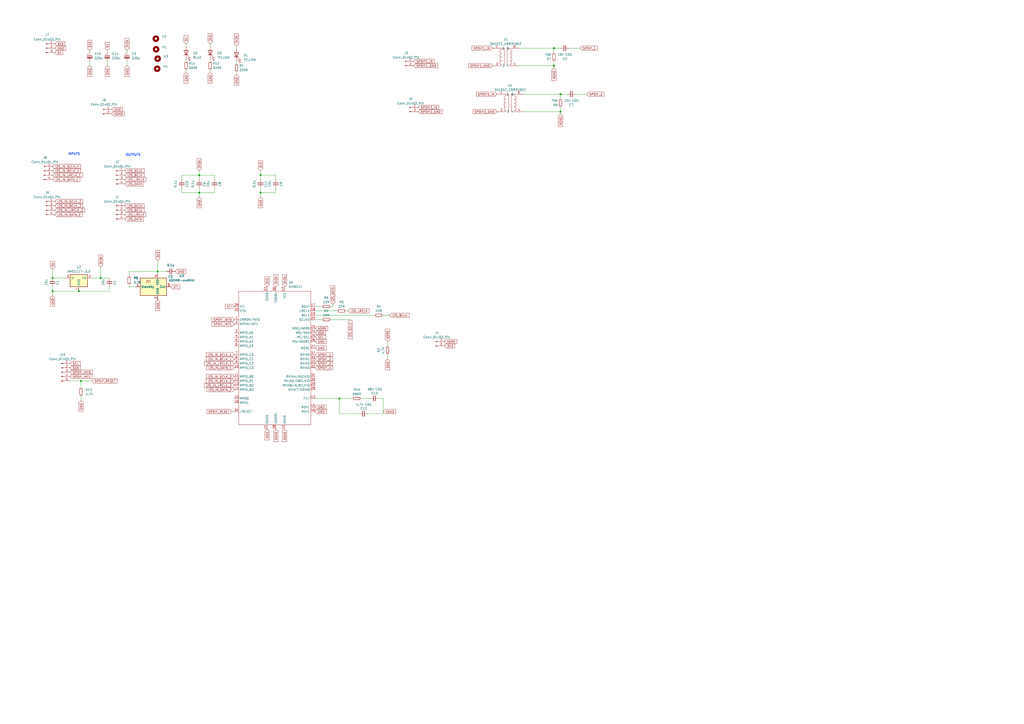
<source format=kicad_sch>
(kicad_sch (version 20231120) (generator "eeschema") (generator_version "8.0")
  (paper "A2")
  (lib_symbols
    (symbol "Connector:Conn_01x02_Pin" (pin_names (offset 1.016) hide)
      (property "Reference" "J" (at 0 2.54 0))
      (property "Value" "Conn_01x02_Pin" (at 0 -5.08 0))
      (symbol "Conn_01x02_Pin_1_1"
        (polyline (pts (xy 1.27 -2.54) (xy 0.8636 -2.54)) (stroke (width 0.1524)))
        (polyline (pts (xy 1.27 0) (xy 0.8636 0)) (stroke (width 0.1524)))
        (rectangle (start 0.8636 -2.413) (end 0 -2.667) (stroke (width 0.1524)) (fill (type outline)))
        (rectangle (start 0.8636 0.127) (end 0 -0.127) (stroke (width 0.1524)) (fill (type outline)))
        (pin passive line (at 5.08 0 180) (length 3.81) (name "Pin_1") (number "1"))
        (pin passive line (at 5.08 -2.54 180) (length 3.81) (name "Pin_2") (number "2"))
      )
    )
    (symbol "Connector:Conn_01x03_Pin" (pin_names (offset 1.016) hide)
      (property "Reference" "J" (at 0 5.08 0))
      (property "Value" "Conn_01x03_Pin" (at 0 -5.08 0))
      (symbol "Conn_01x03_Pin_1_1"
        (polyline (pts (xy 1.27 -2.54) (xy 0.8636 -2.54)) (stroke (width 0.1524)))
        (polyline (pts (xy 1.27 0) (xy 0.8636 0)) (stroke (width 0.1524)))
        (polyline (pts (xy 1.27 2.54) (xy 0.8636 2.54)) (stroke (width 0.1524)))
        (rectangle (start 0.8636 -2.413) (end 0 -2.667) (stroke (width 0.1524)) (fill (type outline)))
        (rectangle (start 0.8636 0.127) (end 0 -0.127) (stroke (width 0.1524)) (fill (type outline)))
        (rectangle (start 0.8636 2.667) (end 0 2.413) (stroke (width 0.1524)) (fill (type outline)))
        (pin passive line (at 5.08 2.54 180) (length 3.81) (name "Pin_1") (number "1"))
        (pin passive line (at 5.08 0 180) (length 3.81) (name "Pin_2") (number "2"))
        (pin passive line (at 5.08 -2.54 180) (length 3.81) (name "Pin_3") (number "3"))
      )
    )
    (symbol "Connector:Conn_01x04_Pin" (pin_names (offset 1.016) hide)
      (property "Reference" "J" (at 0 5.08 0))
      (property "Value" "Conn_01x04_Pin" (at 0 -7.62 0))
      (symbol "Conn_01x04_Pin_1_1"
        (polyline (pts (xy 1.27 -5.08) (xy 0.8636 -5.08)) (stroke (width 0.1524)))
        (polyline (pts (xy 1.27 -2.54) (xy 0.8636 -2.54)) (stroke (width 0.1524)))
        (polyline (pts (xy 1.27 0) (xy 0.8636 0)) (stroke (width 0.1524)))
        (polyline (pts (xy 1.27 2.54) (xy 0.8636 2.54)) (stroke (width 0.1524)))
        (rectangle (start 0.8636 -4.953) (end 0 -5.207) (stroke (width 0.1524)) (fill (type outline)))
        (rectangle (start 0.8636 -2.413) (end 0 -2.667) (stroke (width 0.1524)) (fill (type outline)))
        (rectangle (start 0.8636 0.127) (end 0 -0.127) (stroke (width 0.1524)) (fill (type outline)))
        (rectangle (start 0.8636 2.667) (end 0 2.413) (stroke (width 0.1524)) (fill (type outline)))
        (pin passive line (at 5.08 2.54 180) (length 3.81) (name "Pin_1") (number "1"))
        (pin passive line (at 5.08 0 180) (length 3.81) (name "Pin_2") (number "2"))
        (pin passive line (at 5.08 -2.54 180) (length 3.81) (name "Pin_3") (number "3"))
        (pin passive line (at 5.08 -5.08 180) (length 3.81) (name "Pin_4") (number "4"))
      )
    )
    (symbol "Connector:Conn_01x05_Pin" (pin_names (offset 1.016) hide)
      (property "Reference" "J" (at 0 7.62 0))
      (property "Value" "Conn_01x05_Pin" (at 0 -7.62 0))
      (symbol "Conn_01x05_Pin_1_1"
        (polyline (pts (xy 1.27 -5.08) (xy 0.8636 -5.08)) (stroke (width 0.1524)))
        (polyline (pts (xy 1.27 -2.54) (xy 0.8636 -2.54)) (stroke (width 0.1524)))
        (polyline (pts (xy 1.27 0) (xy 0.8636 0)) (stroke (width 0.1524)))
        (polyline (pts (xy 1.27 2.54) (xy 0.8636 2.54)) (stroke (width 0.1524)))
        (polyline (pts (xy 1.27 5.08) (xy 0.8636 5.08)) (stroke (width 0.1524)))
        (rectangle (start 0.8636 -4.953) (end 0 -5.207) (stroke (width 0.1524)) (fill (type outline)))
        (rectangle (start 0.8636 -2.413) (end 0 -2.667) (stroke (width 0.1524)) (fill (type outline)))
        (rectangle (start 0.8636 0.127) (end 0 -0.127) (stroke (width 0.1524)) (fill (type outline)))
        (rectangle (start 0.8636 2.667) (end 0 2.413) (stroke (width 0.1524)) (fill (type outline)))
        (rectangle (start 0.8636 5.207) (end 0 4.953) (stroke (width 0.1524)) (fill (type outline)))
        (pin passive line (at 5.08 5.08 180) (length 3.81) (name "Pin_1") (number "1"))
        (pin passive line (at 5.08 2.54 180) (length 3.81) (name "Pin_2") (number "2"))
        (pin passive line (at 5.08 0 180) (length 3.81) (name "Pin_3") (number "3"))
        (pin passive line (at 5.08 -2.54 180) (length 3.81) (name "Pin_4") (number "4"))
        (pin passive line (at 5.08 -5.08 180) (length 3.81) (name "Pin_5") (number "5"))
      )
    )
    (symbol "Custom:DIX9211"
      (property "Reference" "U" (at -0.254 -12.192 0))
      (property "Value" "DIX9211" (at -2.54 -2.54 0))
      (symbol "DIX9211_0_1"
        (rectangle (start -21.59 80.01) (end 20.32 2.54))
      )
      (symbol "DIX9211_1_1"
        (pin input line (at -24.13 63.5 0) (length 2.54) (name "ERROR/INT0") (number "1"))
        (pin input line (at -24.13 35.56 0) (length 2.54) (name "MPIO_C3") (number "10"))
        (pin input line (at -24.13 30.48 0) (length 2.54) (name "MPIO_B0") (number "11"))
        (pin input line (at -24.13 27.94 0) (length 2.54) (name "MPIO_B1") (number "12"))
        (pin input line (at -24.13 25.4 0) (length 2.54) (name "MPIO_B2") (number "13"))
        (pin input line (at -24.13 22.86 0) (length 2.54) (name "MPIO_B3") (number "14"))
        (pin input line (at -24.13 17.78 0) (length 2.54) (name "MPO0") (number "15"))
        (pin input line (at -24.13 15.24 0) (length 2.54) (name "MPO1") (number "16"))
        (pin output line (at 22.86 71.12 180) (length 2.54) (name "DOUT") (number "17"))
        (pin output line (at 22.86 68.58 180) (length 2.54) (name "LRCLK") (number "18"))
        (pin output line (at 22.86 66.04 180) (length 2.54) (name "BCLK") (number "19"))
        (pin input line (at -24.13 60.96 0) (length 2.54) (name "NPCM/INT1") (number "2"))
        (pin output line (at 22.86 63.5 180) (length 2.54) (name "SCLKO") (number "20"))
        (pin input line (at -5.08 0 90) (length 2.54) (name "DGND") (number "21"))
        (pin input line (at -5.08 82.55 270) (length 2.54) (name "DVDD") (number "22"))
        (pin input line (at 22.86 58.42 180) (length 2.54) (name "MDO/ADR0") (number "23"))
        (pin bidirectional line (at 22.86 55.88 180) (length 2.54) (name "MDI/SDA") (number "24"))
        (pin bidirectional line (at 22.86 53.34 180) (length 2.54) (name "MC/SCL") (number "25"))
        (pin bidirectional line (at 22.86 50.8 180) (length 2.54) (name "MS/ADDR1") (number "26"))
        (pin input line (at 22.86 46.99 180) (length 2.54) (name "MODE") (number "27"))
        (pin input line (at 22.86 22.86 180) (length 2.54) (name "RXIN7/ADIN0") (number "28"))
        (pin input line (at 22.86 25.4 180) (length 2.54) (name "RXIN6/ALRCLKIO") (number "29"))
        (pin input line (at -24.13 55.88 0) (length 2.54) (name "MPIO_A0") (number "3"))
        (pin input line (at 22.86 27.94 180) (length 2.54) (name "RXIN5/ABCLKIO") (number "30"))
        (pin input line (at 22.86 30.48 180) (length 2.54) (name "RXIN4/ASCKIO") (number "31"))
        (pin input line (at 22.86 35.56 180) (length 2.54) (name "RXIN3") (number "32"))
        (pin input line (at 22.86 38.1 180) (length 2.54) (name "RXIN2") (number "33"))
        (pin input line (at -24.13 10.16 0) (length 2.54) (name "/RESET") (number "34"))
        (pin input line (at 22.86 40.64 180) (length 2.54) (name "RXIN1") (number "35"))
        (pin input line (at 0 82.55 270) (length 2.54) (name "VDDRX") (number "36"))
        (pin input line (at 22.86 43.18 180) (length 2.54) (name "RXIN0") (number "37"))
        (pin input line (at 0 0 90) (length 2.54) (name "GNDRX") (number "38"))
        (pin input line (at -24.13 71.12 0) (length 2.54) (name "XTI") (number "39"))
        (pin input line (at -24.13 53.34 0) (length 2.54) (name "MPIO_A1") (number "4"))
        (pin output line (at -24.13 68.58 0) (length 2.54) (name "XTO") (number "40"))
        (pin input line (at 5.08 0 90) (length 2.54) (name "AGND") (number "41"))
        (pin input line (at 5.08 82.55 270) (length 2.54) (name "VCC") (number "42"))
        (pin input line (at 22.86 17.78 180) (length 2.54) (name "FILT") (number "43"))
        (pin input line (at 22.86 12.7 180) (length 2.54) (name "RSV1") (number "45"))
        (pin input line (at 22.86 10.16 180) (length 2.54) (name "RSV1") (number "46"))
        (pin input line (at -24.13 50.8 0) (length 2.54) (name "MPIO_A2") (number "5"))
        (pin input line (at -24.13 48.26 0) (length 2.54) (name "MPIO_A3") (number "6"))
        (pin input line (at -24.13 43.18 0) (length 2.54) (name "MPIO_C0") (number "7"))
        (pin input line (at -24.13 40.64 0) (length 2.54) (name "MPIO_C1") (number "8"))
        (pin input line (at -24.13 38.1 0) (length 2.54) (name "MPIO_C2") (number "9"))
      )
    )
    (symbol "Device:C_Polarized_Small" (pin_numbers hide) (pin_names (offset 0.254) hide)
      (property "Reference" "C" (at 0.254 1.778 0))
      (property "Value" "C_Polarized_Small" (at 0.254 -2.032 0))
      (symbol "C_Polarized_Small_0_1"
        (rectangle (start -1.524 -0.3048) (end 1.524 -0.6858) (fill (type outline)))
        (rectangle (start -1.524 0.6858) (end 1.524 0.3048))
        (polyline (pts (xy -1.27 1.524) (xy -0.762 1.524)))
        (polyline (pts (xy -1.016 1.27) (xy -1.016 1.778)))
      )
      (symbol "C_Polarized_Small_1_1"
        (pin passive line (at 0 2.54 270) (length 1.8542) (name "~") (number "1"))
        (pin passive line (at 0 -2.54 90) (length 1.8542) (name "~") (number "2"))
      )
    )
    (symbol "Device:C_Small" (pin_numbers hide) (pin_names (offset 0.254) hide)
      (property "Reference" "C" (at 0.254 1.778 0))
      (property "Value" "C_Small" (at 0.254 -2.032 0))
      (symbol "C_Small_0_1"
        (polyline (pts (xy -1.524 -0.508) (xy 1.524 -0.508)) (stroke (width 0.3302)))
        (polyline (pts (xy -1.524 0.508) (xy 1.524 0.508)) (stroke (width 0.3048)))
      )
      (symbol "C_Small_1_1"
        (pin passive line (at 0 2.54 270) (length 2.032) (name "~") (number "1"))
        (pin passive line (at 0 -2.54 90) (length 2.032) (name "~") (number "2"))
      )
    )
    (symbol "Device:LED" (pin_numbers hide) (pin_names (offset 1.016) hide)
      (property "Reference" "D" (at 0 2.54 0))
      (property "Value" "LED" (at 0 -2.54 0))
      (symbol "LED_0_1"
        (polyline (pts (xy -1.27 -1.27) (xy -1.27 1.27)) (stroke (width 0.254)))
        (polyline (pts (xy -1.27 0) (xy 1.27 0)))
        (polyline (pts (xy 1.27 -1.27) (xy 1.27 1.27) (xy -1.27 0) (xy 1.27 -1.27)) (stroke (width 0.254)))
        (polyline (pts (xy -3.048 -0.762) (xy -4.572 -2.286) (xy -3.81 -2.286) (xy -4.572 -2.286) (xy -4.572 -1.524)))
        (polyline (pts (xy -1.778 -0.762) (xy -3.302 -2.286) (xy -2.54 -2.286) (xy -3.302 -2.286) (xy -3.302 -1.524)))
      )
      (symbol "LED_1_1"
        (pin passive line (at -3.81 0 0) (length 2.54) (name "K") (number "1"))
        (pin passive line (at 3.81 0 180) (length 2.54) (name "A") (number "2"))
      )
    )
    (symbol "Device:R_Small" (pin_numbers hide) (pin_names (offset 0.254) hide)
      (property "Reference" "R" (at 0.762 0.508 0))
      (property "Value" "R_Small" (at 0.762 -1.016 0))
      (symbol "R_Small_0_1"
        (rectangle (start -0.762 1.778) (end 0.762 -1.778) (stroke (width 0.2032)))
      )
      (symbol "R_Small_1_1"
        (pin passive line (at 0 2.54 270) (length 0.762) (name "~") (number "1"))
        (pin passive line (at 0 -2.54 90) (length 0.762) (name "~") (number "2"))
      )
    )
    (symbol "Mechanical:MountingHole" (pin_names (offset 1.016)) (exclude_from_sim yes) (in_bom no)
      (property "Reference" "H" (at 0 5.08 0))
      (property "Value" "MountingHole" (at 0 3.175 0))
      (symbol "MountingHole_0_1"
        (circle (center 0 0) (radius 1.27) (stroke (width 1.27)))
      )
    )
    (symbol "Oscillator:ASDMB-xxxMHz"
      (property "Reference" "U" (at -6.35 6.35 0))
      (property "Value" "ASDMB-xxxMHz" (at 11.43 6.35 0))
      (symbol "ASDMB-xxxMHz_1_1"
        (rectangle (start -7.62 5.08) (end 7.62 -5.08) (stroke (width 0.254)) (fill (type background)))
        (polyline (pts (xy -4.445 2.54) (xy -3.81 2.54) (xy -3.81 3.81) (xy -3.175 3.81) (xy -3.175 2.54) (xy -2.54 2.54) (xy -2.54 3.81) (xy -1.905 3.81) (xy -1.905 2.54)))
        (pin input line (at -10.16 0 0) (length 2.54) (name "Standby") (number "1"))
        (pin power_in line (at 2.54 -7.62 90) (length 2.54) (name "GND") (number "2"))
        (pin output line (at 10.16 0 180) (length 2.54) (name "Out") (number "3"))
        (pin power_in line (at 2.54 7.62 270) (length 2.54) (name "VDD") (number "4"))
      )
    )
    (symbol "Regulator_Linear:AMS1117-3.3"
      (property "Reference" "U" (at -3.81 3.175 0))
      (property "Value" "AMS1117-3.3" (at 0 3.175 0))
      (symbol "AMS1117-3.3_0_1"
        (rectangle (start -5.08 -5.08) (end 5.08 1.905) (stroke (width 0.254)) (fill (type background)))
      )
      (symbol "AMS1117-3.3_1_1"
        (pin power_in line (at 0 -7.62 90) (length 2.54) (name "GND") (number "1"))
        (pin power_out line (at 7.62 0 180) (length 2.54) (name "VO") (number "2"))
        (pin power_in line (at -7.62 0 0) (length 2.54) (name "VI") (number "3"))
      )
    )
    (symbol "easyeda2kicad:DA101C_C6931652"
      (property "Reference" "U" (at 0 10.16 0))
      (property "Value" "DA101C_C6931652" (at 0 -10.16 0))
      (symbol "DA101C_C6931652_0_1"
        (arc (start -2.54 -2.3) (mid -3.4695 -3.31) (end -2.54 -4.32))
        (arc (start -2.54 -0.14) (mid -3.4545 -1.15) (end -2.54 -2.16))
        (arc (start -2.54 2.01) (mid -3.4545 1) (end -2.54 -0.01))
        (arc (start -2.54 4.2) (mid -3.4695 3.19) (end -2.54 2.18))
        (circle (center -1.52 4.83) (radius 0.38))
        (polyline (pts (xy -2.54 -5.08) (xy -2.54 -4.32)))
        (polyline (pts (xy -2.54 4.32) (xy -2.54 5.08)))
        (polyline (pts (xy -0.76 5.08) (xy -0.76 -5.08)))
        (polyline (pts (xy 0.76 5.08) (xy 0.76 -5.08)))
        (polyline (pts (xy 2.54 -5.08) (xy 2.54 -4.06)))
        (polyline (pts (xy 2.54 4.57) (xy 2.54 5.08)))
        (circle (center 1.52 4.83) (radius 0.38))
        (arc (start 2.54 -4.46) (mid 3.4599 -3.445) (end 2.54 -2.43))
        (arc (start 2.54 -2.26) (mid 3.4787 -1.25) (end 2.54 -0.24))
        (arc (start 2.54 -0.11) (mid 3.4787 0.9) (end 2.54 1.91))
        (arc (start 2.54 2.04) (mid 3.4558 3.05) (end 2.54 4.06))
        (pin unspecified line (at -7.62 5.08 0) (length 5.08) (name "1") (number "1"))
        (pin unspecified line (at -7.62 -5.08 0) (length 5.08) (name "3") (number "3"))
        (pin unspecified line (at 7.62 -5.08 180) (length 5.08) (name "4") (number "4"))
        (pin unspecified line (at 7.62 5.08 180) (length 5.08) (name "6") (number "6"))
      )
    )
  )
  (junction (at 325.12 54.61))
  (junction (at 45.72 168.91))
  (junction (at 321.31 27.94))
  (junction (at 325.12 64.77))
  (junction (at 115.57 111.76))
  (junction (at 58.42 161.29))
  (junction (at 151.13 101.6))
  (junction (at 30.48 161.29))
  (junction (at 321.31 38.1))
  (junction (at 91.44 157.48))
  (junction (at 151.13 111.76))
  (junction (at 196.85 231.14))
  (junction (at 46.99 220.98))
  (junction (at 30.48 168.91))
  (junction (at 115.57 101.6))
  (wire (pts (xy 160.02 104.14) (xy 160.02 101.6)))
  (wire (pts (xy 30.48 168.91) (xy 30.48 171.45)))
  (wire (pts (xy 46.99 232.41) (xy 46.99 229.87)))
  (wire (pts (xy 91.44 151.13) (xy 91.44 157.48)))
  (wire (pts (xy 219.71 231.14) (xy 222.25 231.14)))
  (wire (pts (xy 107.95 40.64) (xy 107.95 41.91)))
  (wire (pts (xy 121.92 26.67) (xy 121.92 25.4)))
  (wire (pts (xy 73.66 29.21) (xy 73.66 30.48)))
  (wire (pts (xy 321.31 30.48) (xy 321.31 27.94)))
  (wire (pts (xy 105.41 101.6) (xy 105.41 104.14)))
  (wire (pts (xy 73.66 38.1) (xy 73.66 35.56)))
  (wire (pts (xy 52.07 29.21) (xy 52.07 30.48)))
  (wire (pts (xy 196.85 231.14) (xy 182.88 231.14)))
  (wire (pts (xy 336.55 27.94) (xy 330.2 27.94)))
  (wire (pts (xy 58.42 161.29) (xy 63.5 161.29)))
  (wire (pts (xy 137.16 27.94) (xy 137.16 26.67)))
  (wire (pts (xy 328.93 54.61) (xy 325.12 54.61)))
  (wire (pts (xy 300.99 38.1) (xy 321.31 38.1)))
  (wire (pts (xy 151.13 104.14) (xy 151.13 101.6)))
  (wire (pts (xy 151.13 101.6) (xy 151.13 99.06)))
  (wire (pts (xy 186.69 177.8) (xy 182.88 177.8)))
  (wire (pts (xy 325.12 57.15) (xy 325.12 54.61)))
  (wire (pts (xy 115.57 101.6) (xy 115.57 99.06)))
  (wire (pts (xy 30.48 161.29) (xy 38.1 161.29)))
  (wire (pts (xy 325.12 27.94) (xy 321.31 27.94)))
  (wire (pts (xy 63.5 168.91) (xy 45.72 168.91)))
  (wire (pts (xy 115.57 111.76) (xy 115.57 109.22)))
  (wire (pts (xy 58.42 154.94) (xy 58.42 161.29)))
  (wire (pts (xy 46.99 220.98) (xy 40.64 220.98)))
  (wire (pts (xy 105.41 111.76) (xy 115.57 111.76)))
  (wire (pts (xy 115.57 101.6) (xy 105.41 101.6)))
  (wire (pts (xy 224.79 200.66) (xy 224.79 198.12)))
  (wire (pts (xy 115.57 104.14) (xy 115.57 101.6)))
  (wire (pts (xy 160.02 101.6) (xy 151.13 101.6)))
  (wire (pts (xy 53.34 220.98) (xy 46.99 220.98)))
  (wire (pts (xy 196.85 231.14) (xy 196.85 240.03)))
  (wire (pts (xy 124.46 109.22) (xy 124.46 111.76)))
  (wire (pts (xy 30.48 166.37) (xy 30.48 168.91)))
  (wire (pts (xy 62.23 38.1) (xy 62.23 35.56)))
  (wire (pts (xy 74.93 157.48) (xy 91.44 157.48)))
  (wire (pts (xy 160.02 109.22) (xy 160.02 111.76)))
  (wire (pts (xy 74.93 166.37) (xy 78.74 166.37)))
  (wire (pts (xy 193.04 176.53) (xy 193.04 177.8)))
  (wire (pts (xy 222.25 231.14) (xy 222.25 240.03)))
  (wire (pts (xy 300.99 27.94) (xy 321.31 27.94)))
  (wire (pts (xy 340.36 54.61) (xy 334.01 54.61)))
  (wire (pts (xy 182.88 182.88) (xy 217.17 182.88)))
  (wire (pts (xy 30.48 156.21) (xy 30.48 161.29)))
  (wire (pts (xy 222.25 182.88) (xy 226.06 182.88)))
  (wire (pts (xy 53.34 161.29) (xy 58.42 161.29)))
  (wire (pts (xy 160.02 111.76) (xy 151.13 111.76)))
  (wire (pts (xy 204.47 231.14) (xy 196.85 231.14)))
  (wire (pts (xy 121.92 40.64) (xy 121.92 41.91)))
  (wire (pts (xy 96.52 157.48) (xy 91.44 157.48)))
  (wire (pts (xy 124.46 101.6) (xy 115.57 101.6)))
  (wire (pts (xy 214.63 231.14) (xy 209.55 231.14)))
  (wire (pts (xy 105.41 109.22) (xy 105.41 111.76)))
  (wire (pts (xy 115.57 114.3) (xy 115.57 111.76)))
  (wire (pts (xy 134.62 238.76) (xy 135.89 238.76)))
  (wire (pts (xy 321.31 38.1) (xy 321.31 39.37)))
  (wire (pts (xy 151.13 111.76) (xy 151.13 109.22)))
  (wire (pts (xy 201.93 180.34) (xy 200.66 180.34)))
  (wire (pts (xy 124.46 111.76) (xy 115.57 111.76)))
  (wire (pts (xy 137.16 36.83) (xy 137.16 35.56)))
  (wire (pts (xy 63.5 166.37) (xy 63.5 168.91)))
  (wire (pts (xy 107.95 26.67) (xy 107.95 25.4)))
  (wire (pts (xy 325.12 64.77) (xy 325.12 66.04)))
  (wire (pts (xy 224.79 208.28) (xy 224.79 205.74)))
  (wire (pts (xy 46.99 224.79) (xy 46.99 220.98)))
  (wire (pts (xy 186.69 185.42) (xy 182.88 185.42)))
  (wire (pts (xy 195.58 180.34) (xy 182.88 180.34)))
  (wire (pts (xy 137.16 41.91) (xy 137.16 43.18)))
  (wire (pts (xy 124.46 101.6) (xy 124.46 104.14)))
  (wire (pts (xy 325.12 62.23) (xy 325.12 64.77)))
  (wire (pts (xy 52.07 38.1) (xy 52.07 35.56)))
  (wire (pts (xy 74.93 165.1) (xy 74.93 166.37)))
  (wire (pts (xy 208.28 240.03) (xy 196.85 240.03)))
  (wire (pts (xy 121.92 35.56) (xy 121.92 34.29)))
  (wire (pts (xy 74.93 157.48) (xy 74.93 160.02)))
  (wire (pts (xy 222.25 240.03) (xy 213.36 240.03)))
  (wire (pts (xy 30.48 168.91) (xy 45.72 168.91)))
  (wire (pts (xy 203.2 185.42) (xy 191.77 185.42)))
  (wire (pts (xy 303.53 64.77) (xy 325.12 64.77)))
  (wire (pts (xy 151.13 114.3) (xy 151.13 111.76)))
  (wire (pts (xy 303.53 54.61) (xy 325.12 54.61)))
  (wire (pts (xy 321.31 35.56) (xy 321.31 38.1)))
  (wire (pts (xy 91.44 157.48) (xy 91.44 158.75)))
  (wire (pts (xy 62.23 29.21) (xy 62.23 30.48)))
  (wire (pts (xy 107.95 35.56) (xy 107.95 34.29)))
  (wire (pts (xy 193.04 177.8) (xy 191.77 177.8)))
  (text "OUTPUTS" (at 77.216 89.916 0) (effects (font (size 1.27 1.27) (thickness 0.254) (bold yes))))
  (text "INPUTS" (at 42.926 89.408 0) (effects (font (size 1.27 1.27) (thickness 0.254) (bold yes))))
  (global_label "I2S_IN_LRCLK_1" (shape input) (at 30.48 101.6 0) (property "Intersheetrefs" "${INTERSHEET_REFS}" (effects (hide yes))))
  (global_label "GND" (shape input) (at 62.23 38.1 270) (property "Intersheetrefs" "${INTERSHEET_REFS}" (effects (hide yes))))
  (global_label "I2S_IN_SCLK_1" (shape input) (at 30.48 96.52 0) (property "Intersheetrefs" "${INTERSHEET_REFS}" (effects (hide yes))))
  (global_label "I2S_IN_DATA_2" (shape input) (at 31.75 124.46 0) (property "Intersheetrefs" "${INTERSHEET_REFS}" (effects (hide yes))))
  (global_label "GND" (shape input) (at 52.07 38.1 270) (property "Intersheetrefs" "${INTERSHEET_REFS}" (effects (hide yes))))
  (global_label "SPDIF_INT1" (shape input) (at 135.89 187.96 180) (property "Intersheetrefs" "${INTERSHEET_REFS}" (effects (hide yes))))
  (global_label "I2S_BCLK" (shape input) (at 72.39 101.6 0) (property "Intersheetrefs" "${INTERSHEET_REFS}" (effects (hide yes))))
  (global_label "I2S_IN_DATA_1" (shape input) (at 135.89 213.36 180) (property "Intersheetrefs" "${INTERSHEET_REFS}" (effects (hide yes))))
  (global_label "SPDIF2_IN" (shape input) (at 288.29 54.61 180) (property "Intersheetrefs" "${INTERSHEET_REFS}" (effects (hide yes))))
  (global_label "ADR0" (shape input) (at 224.79 198.12 90) (property "Intersheetrefs" "${INTERSHEET_REFS}" (effects (hide yes))))
  (global_label "SPDIF1_IN" (shape input) (at 240.03 35.56 0) (property "Intersheetrefs" "${INTERSHEET_REFS}" (effects (hide yes))))
  (global_label "AGND" (shape input) (at 160.02 248.92 270) (property "Intersheetrefs" "${INTERSHEET_REFS}" (effects (hide yes))))
  (global_label "3V3A" (shape input) (at 115.57 99.06 90) (property "Intersheetrefs" "${INTERSHEET_REFS}" (effects (hide yes))))
  (global_label "I2S_IN_DATA_1" (shape input) (at 30.48 104.14 0) (property "Intersheetrefs" "${INTERSHEET_REFS}" (effects (hide yes))))
  (global_label "I2S_IN_DATA_2" (shape input) (at 135.89 226.06 180) (property "Intersheetrefs" "${INTERSHEET_REFS}" (effects (hide yes))))
  (global_label "GND" (shape input) (at 154.94 248.92 270) (property "Intersheetrefs" "${INTERSHEET_REFS}" (effects (hide yes))))
  (global_label "GND" (shape input) (at 101.6 157.48 0) (property "Intersheetrefs" "${INTERSHEET_REFS}" (effects (hide yes))))
  (global_label "SDA" (shape input) (at 40.64 213.36 0) (property "Intersheetrefs" "${INTERSHEET_REFS}" (effects (hide yes))))
  (global_label "SPDIF_INT1" (shape input) (at 40.64 218.44 0) (property "Intersheetrefs" "${INTERSHEET_REFS}" (effects (hide yes))))
  (global_label "SPDIF_1" (shape input) (at 336.55 27.94 0) (property "Intersheetrefs" "${INTERSHEET_REFS}" (effects (hide yes))))
  (global_label "GND" (shape input) (at 30.48 171.45 270) (property "Intersheetrefs" "${INTERSHEET_REFS}" (effects (hide yes))))
  (global_label "5V" (shape input) (at 62.23 29.21 90) (property "Intersheetrefs" "${INTERSHEET_REFS}" (effects (hide yes))))
  (global_label "I2S_IN_SCLK_2" (shape input) (at 31.75 116.84 0) (property "Intersheetrefs" "${INTERSHEET_REFS}" (effects (hide yes))))
  (global_label "SPDIF_INT0" (shape input) (at 40.64 215.9 0) (property "Intersheetrefs" "${INTERSHEET_REFS}" (effects (hide yes))))
  (global_label "I2S_BCLK" (shape input) (at 72.39 121.92 0) (property "Intersheetrefs" "${INTERSHEET_REFS}" (effects (hide yes))))
  (global_label "3V3" (shape input) (at 31.75 25.4 0) (property "Intersheetrefs" "${INTERSHEET_REFS}" (effects (hide yes))))
  (global_label "SCL" (shape input) (at 182.88 195.58 0) (property "Intersheetrefs" "${INTERSHEET_REFS}" (effects (hide yes))))
  (global_label "AGND" (shape input) (at 321.31 39.37 270) (property "Intersheetrefs" "${INTERSHEET_REFS}" (effects (hide yes))))
  (global_label "ADR0" (shape input) (at 182.88 190.5 0) (property "Intersheetrefs" "${INTERSHEET_REFS}" (effects (hide yes))))
  (global_label "GND" (shape input) (at 64.77 63.5 0) (property "Intersheetrefs" "${INTERSHEET_REFS}" (effects (hide yes))))
  (global_label "SPDIF1_GND" (shape input) (at 240.03 38.1 0) (property "Intersheetrefs" "${INTERSHEET_REFS}" (effects (hide yes))))
  (global_label "AGND" (shape input) (at 165.1 248.92 270) (property "Intersheetrefs" "${INTERSHEET_REFS}" (effects (hide yes))))
  (global_label "3V3A" (shape input) (at 73.66 29.21 90) (property "Intersheetrefs" "${INTERSHEET_REFS}" (effects (hide yes))))
  (global_label "GND" (shape input) (at 73.66 38.1 270) (property "Intersheetrefs" "${INTERSHEET_REFS}" (effects (hide yes))))
  (global_label "3V3" (shape input) (at 154.94 166.37 90) (property "Intersheetrefs" "${INTERSHEET_REFS}" (effects (hide yes))))
  (global_label "ADR0" (shape input) (at 257.81 198.12 0) (property "Intersheetrefs" "${INTERSHEET_REFS}" (effects (hide yes))))
  (global_label "SPDIF1_GND" (shape input) (at 285.75 38.1 180) (property "Intersheetrefs" "${INTERSHEET_REFS}" (effects (hide yes))))
  (global_label "AGND" (shape input) (at 64.77 66.04 0) (property "Intersheetrefs" "${INTERSHEET_REFS}" (effects (hide yes))))
  (global_label "AGND" (shape input) (at 222.25 238.76 0) (property "Intersheetrefs" "${INTERSHEET_REFS}" (effects (hide yes))))
  (global_label "3V3A" (shape input) (at 137.16 26.67 90) (property "Intersheetrefs" "${INTERSHEET_REFS}" (effects (hide yes))))
  (global_label "I2S_IN_SCLK_1" (shape input) (at 135.89 205.74 180) (property "Intersheetrefs" "${INTERSHEET_REFS}" (effects (hide yes))))
  (global_label "GND" (shape input) (at 107.95 41.91 270) (property "Intersheetrefs" "${INTERSHEET_REFS}" (effects (hide yes))))
  (global_label "I2S_LRCLK" (shape input) (at 72.39 124.46 0) (property "Intersheetrefs" "${INTERSHEET_REFS}" (effects (hide yes))))
  (global_label "SPDIF_3" (shape input) (at 182.88 210.82 0) (property "Intersheetrefs" "${INTERSHEET_REFS}" (effects (hide yes))))
  (global_label "SPDIF2_IN" (shape input) (at 242.57 62.23 0) (property "Intersheetrefs" "${INTERSHEET_REFS}" (effects (hide yes))))
  (global_label "SPDIF_RESET" (shape input) (at 134.62 238.76 180) (property "Intersheetrefs" "${INTERSHEET_REFS}" (effects (hide yes))))
  (global_label "I2S_DATA" (shape input) (at 72.39 127 0) (property "Intersheetrefs" "${INTERSHEET_REFS}" (effects (hide yes))))
  (global_label "AGND" (shape input) (at 325.12 66.04 270) (property "Intersheetrefs" "${INTERSHEET_REFS}" (effects (hide yes))))
  (global_label "3V3" (shape input) (at 257.81 200.66 0) (property "Intersheetrefs" "${INTERSHEET_REFS}" (effects (hide yes))))
  (global_label "5V" (shape input) (at 30.48 156.21 90) (property "Intersheetrefs" "${INTERSHEET_REFS}" (effects (hide yes))))
  (global_label "GND" (shape input) (at 121.92 41.91 270) (property "Intersheetrefs" "${INTERSHEET_REFS}" (effects (hide yes))))
  (global_label "GND" (shape input) (at 31.75 27.94 0) (property "Intersheetrefs" "${INTERSHEET_REFS}" (effects (hide yes))))
  (global_label "I2S_SCLK" (shape input) (at 203.2 185.42 270) (property "Intersheetrefs" "${INTERSHEET_REFS}" (effects (hide yes))))
  (global_label "I2S_IN_LRCLK_1" (shape input) (at 135.89 210.82 180) (property "Intersheetrefs" "${INTERSHEET_REFS}" (effects (hide yes))))
  (global_label "I2S_IN_BCLK_2" (shape input) (at 135.89 220.98 180) (property "Intersheetrefs" "${INTERSHEET_REFS}" (effects (hide yes))))
  (global_label "GND" (shape input) (at 182.88 236.22 0) (property "Intersheetrefs" "${INTERSHEET_REFS}" (effects (hide yes))))
  (global_label "I2S_IN_BCLK_1" (shape input) (at 30.48 99.06 0) (property "Intersheetrefs" "${INTERSHEET_REFS}" (effects (hide yes))))
  (global_label "GND" (shape input) (at 91.44 173.99 270) (property "Intersheetrefs" "${INTERSHEET_REFS}" (effects (hide yes))))
  (global_label "I2S_IN_BCLK_2" (shape input) (at 31.75 119.38 0) (property "Intersheetrefs" "${INTERSHEET_REFS}" (effects (hide yes))))
  (global_label "SDA" (shape input) (at 182.88 193.04 0) (property "Intersheetrefs" "${INTERSHEET_REFS}" (effects (hide yes))))
  (global_label "3V3A" (shape input) (at 165.1 166.37 90) (property "Intersheetrefs" "${INTERSHEET_REFS}" (effects (hide yes))))
  (global_label "3V3" (shape input) (at 91.44 151.13 90) (property "Intersheetrefs" "${INTERSHEET_REFS}" (effects (hide yes))))
  (global_label "I2S_LRCLK" (shape input) (at 201.93 180.34 0) (property "Intersheetrefs" "${INTERSHEET_REFS}" (effects (hide yes))))
  (global_label "GND" (shape input) (at 182.88 198.12 0) (property "Intersheetrefs" "${INTERSHEET_REFS}" (effects (hide yes))))
  (global_label "SPDIF2_GND" (shape input) (at 288.29 64.77 180) (property "Intersheetrefs" "${INTERSHEET_REFS}" (effects (hide yes))))
  (global_label "XTI" (shape input) (at 99.06 166.37 0) (property "Intersheetrefs" "${INTERSHEET_REFS}" (effects (hide yes))))
  (global_label "SPDIF2_GND" (shape input) (at 242.57 64.77 0) (property "Intersheetrefs" "${INTERSHEET_REFS}" (effects (hide yes))))
  (global_label "I2S_BCLK" (shape input) (at 226.06 182.88 0) (property "Intersheetrefs" "${INTERSHEET_REFS}" (effects (hide yes))))
  (global_label "GND" (shape input) (at 46.99 232.41 270) (property "Intersheetrefs" "${INTERSHEET_REFS}" (effects (hide yes))))
  (global_label "XTI" (shape input) (at 135.89 177.8 180) (property "Intersheetrefs" "${INTERSHEET_REFS}" (effects (hide yes))))
  (global_label "3V3A" (shape input) (at 58.42 154.94 90) (property "Intersheetrefs" "${INTERSHEET_REFS}" (effects (hide yes))))
  (global_label "I2S_LRCLK" (shape input) (at 72.39 104.14 0) (property "Intersheetrefs" "${INTERSHEET_REFS}" (effects (hide yes))))
  (global_label "3V3" (shape input) (at 121.92 25.4 90) (property "Intersheetrefs" "${INTERSHEET_REFS}" (effects (hide yes))))
  (global_label "GND" (shape input) (at 137.16 43.18 270) (property "Intersheetrefs" "${INTERSHEET_REFS}" (effects (hide yes))))
  (global_label "I2S_IN_SCLK_2" (shape input) (at 135.89 218.44 180) (property "Intersheetrefs" "${INTERSHEET_REFS}" (effects (hide yes))))
  (global_label "GND" (shape input) (at 182.88 238.76 0) (property "Intersheetrefs" "${INTERSHEET_REFS}" (effects (hide yes))))
  (global_label "GND" (shape input) (at 224.79 208.28 270) (property "Intersheetrefs" "${INTERSHEET_REFS}" (effects (hide yes))))
  (global_label "GND" (shape input) (at 182.88 201.93 0) (property "Intersheetrefs" "${INTERSHEET_REFS}" (effects (hide yes))))
  (global_label "3V3" (shape input) (at 151.13 99.06 90) (property "Intersheetrefs" "${INTERSHEET_REFS}" (effects (hide yes))))
  (global_label "I2S_IN_LRCLK_2" (shape input) (at 135.89 223.52 180) (property "Intersheetrefs" "${INTERSHEET_REFS}" (effects (hide yes))))
  (global_label "SPDIF_2" (shape input) (at 340.36 54.61 0) (property "Intersheetrefs" "${INTERSHEET_REFS}" (effects (hide yes))))
  (global_label "5V" (shape input) (at 31.75 30.48 0) (property "Intersheetrefs" "${INTERSHEET_REFS}" (effects (hide yes))))
  (global_label "I2S_DATA" (shape input) (at 72.39 106.68 0) (property "Intersheetrefs" "${INTERSHEET_REFS}" (effects (hide yes))))
  (global_label "SCL" (shape input) (at 40.64 210.82 0) (property "Intersheetrefs" "${INTERSHEET_REFS}" (effects (hide yes))))
  (global_label "I2S_SCLK" (shape input) (at 72.39 99.06 0) (property "Intersheetrefs" "${INTERSHEET_REFS}" (effects (hide yes))))
  (global_label "3V3" (shape input) (at 52.07 29.21 90) (property "Intersheetrefs" "${INTERSHEET_REFS}" (effects (hide yes))))
  (global_label "I2S_DATA" (shape input) (at 193.04 176.53 90) (property "Intersheetrefs" "${INTERSHEET_REFS}" (effects (hide yes))))
  (global_label "SPDIF_2" (shape input) (at 182.88 208.28 0) (property "Intersheetrefs" "${INTERSHEET_REFS}" (effects (hide yes))))
  (global_label "GND" (shape input) (at 151.13 114.3 270) (property "Intersheetrefs" "${INTERSHEET_REFS}" (effects (hide yes))))
  (global_label "GND" (shape input) (at 115.57 114.3 270) (property "Intersheetrefs" "${INTERSHEET_REFS}" (effects (hide yes))))
  (global_label "SPDIF_INT0" (shape input) (at 135.89 185.42 180) (property "Intersheetrefs" "${INTERSHEET_REFS}" (effects (hide yes))))
  (global_label "SPDIF_4" (shape input) (at 182.88 213.36 0) (property "Intersheetrefs" "${INTERSHEET_REFS}" (effects (hide yes))))
  (global_label "SPDIF1_IN" (shape input) (at 285.75 27.94 180) (property "Intersheetrefs" "${INTERSHEET_REFS}" (effects (hide yes))))
  (global_label "I2S_IN_BCLK_1" (shape input) (at 135.89 208.28 180) (property "Intersheetrefs" "${INTERSHEET_REFS}" (effects (hide yes))))
  (global_label "SPDIF_1" (shape input) (at 182.88 205.74 0) (property "Intersheetrefs" "${INTERSHEET_REFS}" (effects (hide yes))))
  (global_label "5V" (shape input) (at 107.95 25.4 90) (property "Intersheetrefs" "${INTERSHEET_REFS}" (effects (hide yes))))
  (global_label "I2S_SCLK" (shape input) (at 72.39 119.38 0) (property "Intersheetrefs" "${INTERSHEET_REFS}" (effects (hide yes))))
  (global_label "SPDIF_RESET" (shape input) (at 53.34 220.98 0) (property "Intersheetrefs" "${INTERSHEET_REFS}" (effects (hide yes))))
  (global_label "I2S_IN_LRCLK_2" (shape input) (at 31.75 121.92 0) (property "Intersheetrefs" "${INTERSHEET_REFS}" (effects (hide yes))))
  (global_label "3V3A" (shape input) (at 160.02 166.37 90) (property "Intersheetrefs" "${INTERSHEET_REFS}" (effects (hide yes))))
  (symbol (lib_id "Connector:Conn_01x04_Pin") (at 26.67 119.38 0) (unit 1)
    (property "Reference" "J9" (at 27.305 111.76 0))
    (property "Value" "Conn_01x04_Pin" (at 27.305 114.3 0))
    (property "Footprint" "Connector_JST:JST_PH_B4B-PH-K_1x04_P2.00mm_Vertical" (effects (hide yes)))
    (property "Description" "Generic connector, single row, 01x04, script generated" (effects (hide yes)))
  )
  (symbol (lib_id "Connector:Conn_01x02_Pin") (at 252.73 198.12 0) (unit 1)
    (property "Reference" "J4" (at 253.365 193.04 0))
    (property "Value" "Conn_01x02_Pin" (at 253.365 195.58 0))
    (property "Footprint" "Connector_PinHeader_2.54mm:PinHeader_1x02_P2.54mm_Vertical" (effects (hide yes)))
    (property "Description" "Generic connector, single row, 01x02, script generated" (effects (hide yes)))
  )
  (symbol (lib_id "Regulator_Linear:AMS1117-3.3") (at 45.72 161.29 0) (unit 1)
    (property "Reference" "U2" (at 45.72 154.94 0))
    (property "Value" "AMS1117-3.3" (at 45.72 157.48 0))
    (property "Footprint" "Package_TO_SOT_SMD:SOT-223-3_TabPin2" (effects (hide yes)))
    (property "Datasheet" "http://www.advanced-monolithic.com/pdf/ds1117.pdf" (effects (hide yes)))
    (property "Description" "1A Low Dropout regulator, positive, 3.3V fixed output, SOT-223" (effects (hide yes)))
  )
  (symbol (lib_id "Device:C_Small") (at 105.41 106.68 180) (unit 1)
    (property "Reference" "C10" (at 108.458 106.807 90))
    (property "Value" "0.1u" (at 101.727 106.6737 90))
    (property "Footprint" "Capacitor_SMD:C_0805_2012Metric_Pad1.18x1.45mm_HandSolder" (effects (hide yes)))
    (property "Description" "Unpolarized capacitor, small symbol" (effects (hide yes)))
  )
  (symbol (lib_id "Device:C_Small") (at 217.17 231.14 270) (unit 1)
    (property "Reference" "C13" (at 217.297 228.092 90))
    (property "Value" "68n C0G" (at 217.424 225.806 90))
    (property "Footprint" "Capacitor_SMD:C_1206_3216Metric" (effects (hide yes)))
    (property "Description" "Unpolarized capacitor, small symbol" (effects (hide yes)))
    (property "Mouser" " 81-GRM3195C1H683JA5D " (effects (hide yes)))
  )
  (symbol (lib_id "Device:C_Small") (at 30.48 163.83 180) (unit 1)
    (property "Reference" "C1" (at 33.528 163.957 90))
    (property "Value" "10u" (at 26.797 163.8237 90))
    (property "Footprint" "Capacitor_SMD:C_1206_3216Metric_Pad1.33x1.80mm_HandSolder" (effects (hide yes)))
    (property "Description" "Unpolarized capacitor, small symbol" (effects (hide yes)))
  )
  (symbol (lib_id "Device:R_Small") (at 224.79 203.2 180) (unit 1)
    (property "Reference" "R2" (at 219.71 203.2 90))
    (property "Value" "4.7K" (at 222.25 203.2 90))
    (property "Footprint" "Resistor_SMD:R_0603_1608Metric" (effects (hide yes)))
    (property "Description" "Resistor, small symbol" (effects (hide yes)))
  )
  (symbol (lib_id "Custom:DIX9211") (at 160.02 248.92 0) (unit 1)
    (property "Reference" "U5" (at 167.2941 163.83 0) (effects (justify left)))
    (property "Value" "DIX9211" (at 167.2941 166.37 0) (effects (justify left)))
    (property "Footprint" "Package_QFP:LQFP-48_7x7mm_P0.5mm" (effects (hide yes)))
    (property "Mouser" "595-DIX9211PTR" (effects (hide yes)))
  )
  (symbol (lib_id "Connector:Conn_01x04_Pin") (at 67.31 101.6 0) (unit 1)
    (property "Reference" "J2" (at 67.945 93.98 0))
    (property "Value" "Conn_01x04_Pin" (at 67.945 96.52 0))
    (property "Footprint" "Connector_JST:JST_PH_B4B-PH-K_1x04_P2.00mm_Vertical" (effects (hide yes)))
    (property "Description" "Generic connector, single row, 01x04, script generated" (effects (hide yes)))
  )
  (symbol (lib_id "Device:LED") (at 137.16 31.75 90) (unit 1)
    (property "Reference" "D1" (at 141.224 32.0675 90) (effects (justify right)))
    (property "Value" "YELLOW" (at 141.224 34.6075 90) (effects (justify right)))
    (property "Footprint" "LED_SMD:LED_0603_1608Metric" (effects (hide yes)))
  )
  (symbol (lib_id "Device:R_Small") (at 325.12 59.69 0) (unit 1)
    (property "Reference" "R9" (at 323.596 60.96 0) (effects (justify right)))
    (property "Value" "75R" (at 323.596 58.42 0) (effects (justify right)))
    (property "Footprint" "Resistor_SMD:R_0603_1608Metric_Pad0.98x0.95mm_HandSolder" (effects (hide yes)))
    (property "Description" "Resistor, small symbol" (effects (hide yes)))
    (property "Mouser" "71-CRCW0603-75-E3" (effects (hide yes)))
  )
  (symbol (lib_id "easyeda2kicad:DA101C_C6931652") (at 295.91 59.69 0) (unit 1)
    (property "Reference" "U4" (at 295.9146 49.53 0))
    (property "Value" "DA101C_C6931652" (at 295.9146 52.07 0))
    (property "Footprint" "easyeda2kicad:XFMR-TH_4P-L9.5-W9.0-P5.08-LS10.2_C9900096976" (effects (hide yes)))
    (property "LCSC Part" "C6931652" (effects (hide yes)))
    (property "Mouser" "580-DA101C " (effects (hide yes)))
  )
  (symbol (lib_id "Mechanical:MountingHole") (at 90.424 22.479 0) (unit 1)
    (property "Reference" "H2" (at 93.853 21.209 0) (effects (justify left)))
    (property "Value" "MountingHole" (effects (hide yes)))
    (property "Footprint" "MountingHole:MountingHole_3.2mm_M3_DIN965_Pad_TopOnly" (effects (hide yes)))
    (property "Description" "Mounting Hole without connection" (effects (hide yes)))
  )
  (symbol (lib_id "Device:C_Small") (at 124.46 106.68 180) (unit 1)
    (property "Reference" "C8" (at 127.508 106.807 90))
    (property "Value" "10u" (at 120.777 106.6737 90))
    (property "Footprint" "Capacitor_SMD:C_1206_3216Metric_Pad1.33x1.80mm_HandSolder" (effects (hide yes)))
    (property "Description" "Unpolarized capacitor, small symbol" (effects (hide yes)))
  )
  (symbol (lib_id "Device:R_Small") (at 321.31 33.02 0) (unit 1)
    (property "Reference" "R7" (at 319.786 34.29 0) (effects (justify right)))
    (property "Value" "75R" (at 319.786 31.75 0) (effects (justify right)))
    (property "Footprint" "Resistor_SMD:R_0603_1608Metric_Pad0.98x0.95mm_HandSolder" (effects (hide yes)))
    (property "Description" "Resistor, small symbol" (effects (hide yes)))
    (property "Mouser" "71-CRCW0603-75-E3" (effects (hide yes)))
  )
  (symbol (lib_id "Device:C_Small") (at 151.13 106.68 180) (unit 1)
    (property "Reference" "C11" (at 154.178 106.807 90))
    (property "Value" "0.1u" (at 147.447 106.6737 90))
    (property "Footprint" "Capacitor_SMD:C_0805_2012Metric_Pad1.18x1.45mm_HandSolder" (effects (hide yes)))
    (property "Description" "Unpolarized capacitor, small symbol" (effects (hide yes)))
  )
  (symbol (lib_id "Device:R_Small") (at 189.23 185.42 90) (unit 1)
    (property "Reference" "R3" (at 189.23 180.34 90))
    (property "Value" "22R" (at 189.23 182.88 90))
    (property "Footprint" "Resistor_SMD:R_0805_2012Metric" (effects (hide yes)))
    (property "Description" "Resistor, small symbol" (effects (hide yes)))
  )
  (symbol (lib_id "Device:R_Small") (at 121.92 38.1 180) (unit 1)
    (property "Reference" "R12" (at 123.444 36.83 0) (effects (justify right)))
    (property "Value" "325R" (at 123.444 39.37 0) (effects (justify right)))
    (property "Footprint" "Resistor_SMD:R_0603_1608Metric_Pad0.98x0.95mm_HandSolder" (effects (hide yes)))
  )
  (symbol (lib_id "Mechanical:MountingHole") (at 91.186 39.878 0) (unit 1)
    (property "Reference" "H4" (at 94.615 38.608 0) (effects (justify left)))
    (property "Value" "MountingHole" (effects (hide yes)))
    (property "Footprint" "MountingHole:MountingHole_3.2mm_M3_DIN965_Pad_TopOnly" (effects (hide yes)))
    (property "Description" "Mounting Hole without connection" (effects (hide yes)))
  )
  (symbol (lib_id "Device:R_Small") (at 207.01 231.14 90) (unit 1)
    (property "Reference" "R10" (at 207.01 226.06 90))
    (property "Value" "680R" (at 207.01 228.6 90))
    (property "Footprint" "Resistor_SMD:R_0603_1608Metric" (effects (hide yes)))
    (property "Description" "Resistor, small symbol" (effects (hide yes)))
    (property "Mouser" " 603-RT0603FRE07680RL " (effects (hide yes)))
  )
  (symbol (lib_id "Device:C_Polarized_Small") (at 73.66 33.02 0) (unit 1)
    (property "Reference" "C3" (at 76.327 31.2039 0) (effects (justify left)))
    (property "Value" "220u" (at 76.327 33.7439 0) (effects (justify left)))
    (property "Footprint" "Capacitor_THT:CP_Radial_D6.3mm_P2.50mm" (effects (hide yes)))
    (property "Description" "Polarized capacitor, small symbol" (effects (hide yes)))
  )
  (symbol (lib_id "Device:R_Small") (at 137.16 39.37 180) (unit 1)
    (property "Reference" "R1" (at 138.684 38.1 0) (effects (justify right)))
    (property "Value" "325R" (at 138.684 40.64 0) (effects (justify right)))
    (property "Footprint" "Resistor_SMD:R_0603_1608Metric_Pad0.98x0.95mm_HandSolder" (effects (hide yes)))
  )
  (symbol (lib_id "Device:C_Small") (at 115.57 106.68 180) (unit 1)
    (property "Reference" "C6" (at 118.618 106.807 90))
    (property "Value" "0.1u" (at 111.887 106.6737 90))
    (property "Footprint" "Capacitor_SMD:C_0805_2012Metric_Pad1.18x1.45mm_HandSolder" (effects (hide yes)))
    (property "Description" "Unpolarized capacitor, small symbol" (effects (hide yes)))
  )
  (symbol (lib_id "Device:R_Small") (at 198.12 180.34 90) (unit 1)
    (property "Reference" "R5" (at 198.12 175.26 90))
    (property "Value" "22R" (at 198.12 177.8 90))
    (property "Footprint" "Resistor_SMD:R_0805_2012Metric" (effects (hide yes)))
    (property "Description" "Resistor, small symbol" (effects (hide yes)))
    (property "Mouser" "603-RT0805FRE0722RL " (effects (hide yes)))
  )
  (symbol (lib_id "Device:C_Small") (at 99.06 157.48 90) (unit 1)
    (property "Reference" "C5" (at 98.933 160.528 90))
    (property "Value" "0.1u" (at 99.0663 153.797 90))
    (property "Footprint" "Capacitor_SMD:C_0805_2012Metric_Pad1.18x1.45mm_HandSolder" (effects (hide yes)))
    (property "Description" "Unpolarized capacitor, small symbol" (effects (hide yes)))
  )
  (symbol (lib_id "Mechanical:MountingHole") (at 90.551 28.575 0) (unit 1)
    (property "Reference" "H1" (at 93.98 27.305 0) (effects (justify left)))
    (property "Value" "MountingHole" (effects (hide yes)))
    (property "Footprint" "MountingHole:MountingHole_3.2mm_M3_DIN965_Pad_TopOnly" (effects (hide yes)))
    (property "Description" "Mounting Hole without connection" (effects (hide yes)))
  )
  (symbol (lib_id "Device:C_Polarized_Small") (at 52.07 33.02 0) (unit 1)
    (property "Reference" "C15" (at 54.737 31.2039 0) (effects (justify left)))
    (property "Value" "220u" (at 54.737 33.7439 0) (effects (justify left)))
    (property "Footprint" "Capacitor_THT:CP_Radial_D6.3mm_P2.50mm" (effects (hide yes)))
    (property "Description" "Polarized capacitor, small symbol" (effects (hide yes)))
  )
  (symbol (lib_id "Connector:Conn_01x02_Pin") (at 59.69 63.5 0) (unit 1)
    (property "Reference" "J6" (at 60.325 58.039 0))
    (property "Value" "Conn_01x02_Pin" (at 60.325 60.579 0))
    (property "Footprint" "Connector_PinHeader_2.54mm:PinHeader_1x02_P2.54mm_Vertical" (effects (hide yes)))
    (property "Description" "Generic connector, single row, 01x02, script generated" (effects (hide yes)))
  )
  (symbol (lib_id "Device:R_Small") (at 74.93 162.56 180) (unit 1)
    (property "Reference" "R8" (at 77.47 161.2899 0) (effects (justify right)))
    (property "Value" "4.7K" (at 77.47 163.8299 0) (effects (justify right)))
    (property "Footprint" "Resistor_SMD:R_0603_1608Metric" (effects (hide yes)))
    (property "Description" "Resistor, small symbol" (effects (hide yes)))
  )
  (symbol (lib_id "Connector:Conn_01x02_Pin") (at 237.49 62.23 0) (unit 1)
    (property "Reference" "J5" (at 238.125 57.404 0))
    (property "Value" "Conn_01x02_Pin" (at 238.125 59.944 0))
    (property "Footprint" "Connector_JST:JST_XH_B2B-XH-A_1x02_P2.50mm_Vertical" (effects (hide yes)))
    (property "Description" "Generic connector, single row, 01x02, script generated" (effects (hide yes)))
  )
  (symbol (lib_id "Device:R_Small") (at 46.99 227.33 180) (unit 1)
    (property "Reference" "R13" (at 49.53 226.0599 0) (effects (justify right)))
    (property "Value" "4.7K" (at 49.53 228.5999 0) (effects (justify right)))
    (property "Footprint" "Resistor_SMD:R_0603_1608Metric" (effects (hide yes)))
    (property "Description" "Resistor, small symbol" (effects (hide yes)))
  )
  (symbol (lib_id "Connector:Conn_01x02_Pin") (at 234.95 35.56 0) (unit 1)
    (property "Reference" "J3" (at 235.585 30.734 0))
    (property "Value" "Conn_01x02_Pin" (at 235.585 33.274 0))
    (property "Footprint" "Connector_JST:JST_XH_B2B-XH-A_1x02_P2.50mm_Vertical" (effects (hide yes)))
    (property "Description" "Generic connector, single row, 01x02, script generated" (effects (hide yes)))
  )
  (symbol (lib_id "Device:C_Polarized_Small") (at 62.23 33.02 0) (unit 1)
    (property "Reference" "C14" (at 64.897 31.2039 0) (effects (justify left)))
    (property "Value" "220u" (at 64.897 33.7439 0) (effects (justify left)))
    (property "Footprint" "Capacitor_THT:CP_Radial_D6.3mm_P2.50mm" (effects (hide yes)))
    (property "Description" "Polarized capacitor, small symbol" (effects (hide yes)))
  )
  (symbol (lib_id "Device:R_Small") (at 107.95 38.1 180) (unit 1)
    (property "Reference" "R11" (at 109.474 36.83 0) (effects (justify right)))
    (property "Value" "500R" (at 109.474 39.37 0) (effects (justify right)))
    (property "Footprint" "Resistor_SMD:R_0603_1608Metric_Pad0.98x0.95mm_HandSolder" (effects (hide yes)))
  )
  (symbol (lib_id "Connector:Conn_01x03_Pin") (at 26.67 27.94 0) (unit 1)
    (property "Reference" "J7" (at 27.305 20.32 0))
    (property "Value" "Conn_01x03_Pin" (at 27.305 22.86 0))
    (property "Footprint" "Connector_JST:JST_PH_B3B-PH-K_1x03_P2.00mm_Vertical" (effects (hide yes)))
    (property "Description" "Generic connector, single row, 01x03, script generated" (effects (hide yes)))
  )
  (symbol (lib_id "Device:C_Small") (at 63.5 163.83 180) (unit 1)
    (property "Reference" "C4" (at 66.548 163.957 90))
    (property "Value" "10u" (at 59.817 163.8237 90))
    (property "Footprint" "Capacitor_SMD:C_1206_3216Metric_Pad1.33x1.80mm_HandSolder" (effects (hide yes)))
    (property "Description" "Unpolarized capacitor, small symbol" (effects (hide yes)))
  )
  (symbol (lib_id "Connector:Conn_01x04_Pin") (at 67.31 121.92 0) (unit 1)
    (property "Reference" "J1" (at 67.945 114.3 0))
    (property "Value" "Conn_01x04_Pin" (at 67.945 116.84 0))
    (property "Footprint" "Connector_PinHeader_2.54mm:PinHeader_1x04_P2.54mm_Vertical" (effects (hide yes)))
    (property "Description" "Generic connector, single row, 01x04, script generated" (effects (hide yes)))
  )
  (symbol (lib_id "easyeda2kicad:DA101C_C6931652") (at 293.37 33.02 0) (unit 1)
    (property "Reference" "U1" (at 293.3746 22.86 0))
    (property "Value" "DA101C_C6931652" (at 293.3746 25.4 0))
    (property "Footprint" "easyeda2kicad:XFMR-TH_4P-L9.5-W9.0-P5.08-LS10.2_C9900096976" (effects (hide yes)))
    (property "LCSC Part" "C6931652" (effects (hide yes)))
    (property "Mouser" "580-DA101C " (effects (hide yes)))
  )
  (symbol (lib_id "Device:LED") (at 121.92 30.48 90) (unit 1)
    (property "Reference" "D3" (at 125.984 30.7975 90) (effects (justify right)))
    (property "Value" "YELLOW" (at 125.984 33.3375 90) (effects (justify right)))
    (property "Footprint" "LED_SMD:LED_0603_1608Metric" (effects (hide yes)))
  )
  (symbol (lib_id "Device:R_Small") (at 189.23 177.8 90) (unit 1)
    (property "Reference" "R6" (at 189.23 172.72 90))
    (property "Value" "22R" (at 189.23 175.26 90))
    (property "Footprint" "Resistor_SMD:R_0805_2012Metric" (effects (hide yes)))
    (property "Description" "Resistor, small symbol" (effects (hide yes)))
    (property "Mouser" "603-RT0805FRE0722RL " (effects (hide yes)))
  )
  (symbol (lib_id "Connector:Conn_01x05_Pin") (at 35.56 215.9 0) (unit 1)
    (property "Reference" "J10" (at 36.195 205.74 0))
    (property "Value" "Conn_01x05_Pin" (at 36.195 208.28 0))
    (property "Footprint" "Connector_JST:JST_PH_B5B-PH-K_1x05_P2.00mm_Vertical" (effects (hide yes)))
    (property "Description" "Generic connector, single row, 01x05, script generated" (effects (hide yes)))
  )
  (symbol (lib_id "Connector:Conn_01x04_Pin") (at 25.4 99.06 0) (unit 1)
    (property "Reference" "J8" (at 26.035 91.44 0))
    (property "Value" "Conn_01x04_Pin" (at 26.035 93.98 0))
    (property "Footprint" "Connector_JST:JST_PH_B4B-PH-K_1x04_P2.00mm_Vertical" (effects (hide yes)))
    (property "Description" "Generic connector, single row, 01x04, script generated" (effects (hide yes)))
  )
  (symbol (lib_id "Device:R_Small") (at 219.71 182.88 90) (unit 1)
    (property "Reference" "R4" (at 219.71 177.8 90))
    (property "Value" "22R" (at 219.71 180.34 90))
    (property "Footprint" "Resistor_SMD:R_0805_2012Metric" (effects (hide yes)))
    (property "Description" "Resistor, small symbol" (effects (hide yes)))
    (property "Mouser" "603-RT0805FRE0722RL " (effects (hide yes)))
  )
  (symbol (lib_id "Device:C_Small") (at 327.66 27.94 270) (unit 1)
    (property "Reference" "C2" (at 327.6537 34.163 90))
    (property "Value" "10n C0G" (at 327.6537 31.623 90))
    (property "Footprint" "Capacitor_SMD:C_0805_2012Metric_Pad1.18x1.45mm_HandSolder" (effects (hide yes)))
    (property "Description" "Unpolarized capacitor, small symbol" (effects (hide yes)))
    (property "Mouser" "791-0805N103G250CT" (effects (hide yes)))
  )
  (symbol (lib_id "Device:C_Small") (at 331.47 54.61 270) (unit 1)
    (property "Reference" "C7" (at 331.4637 60.833 90))
    (property "Value" "10n C0G" (at 331.4637 58.293 90))
    (property "Footprint" "Capacitor_SMD:C_0805_2012Metric_Pad1.18x1.45mm_HandSolder" (effects (hide yes)))
    (property "Description" "Unpolarized capacitor, small symbol" (effects (hide yes)))
    (property "Mouser" "791-0805N103G250CT" (effects (hide yes)))
  )
  (symbol (lib_id "Device:C_Small") (at 160.02 106.68 180) (unit 1)
    (property "Reference" "C9" (at 163.068 106.807 90))
    (property "Value" "10u" (at 156.337 106.6737 90))
    (property "Footprint" "Capacitor_SMD:C_1206_3216Metric_Pad1.33x1.80mm_HandSolder" (effects (hide yes)))
    (property "Description" "Unpolarized capacitor, small symbol" (effects (hide yes)))
  )
  (symbol (lib_id "Oscillator:ASDMB-xxxMHz") (at 88.9 166.37 0) (unit 1)
    (property "Reference" "U3" (at 105.41 160.0514 0))
    (property "Value" "ASDMB-xxxMHz" (at 105.41 162.5914 0))
    (property "Footprint" "Oscillator:Oscillator_SMD_Abracon_ASE-4Pin_3.2x2.5mm" (effects (hide yes)))
    (property "Datasheet" "https://abracon.com/Oscillators/ASDMB.pdf" (effects (hide yes)))
    (property "Description" "1.8-3.3V SMD Ultra Miniature Crystal Clock Oscillator, Abracon" (effects (hide yes)))
    (property "Mouser" "346-3225Z24.5760C1KX " (effects (hide yes)))
  )
  (symbol (lib_id "Device:LED") (at 107.95 30.48 90) (unit 1)
    (property "Reference" "D2" (at 112.014 30.7975 90) (effects (justify right)))
    (property "Value" "BLUE" (at 112.014 33.3375 90) (effects (justify right)))
    (property "Footprint" "LED_SMD:LED_0603_1608Metric" (effects (hide yes)))
  )
  (symbol (lib_id "Device:C_Small") (at 210.82 240.03 270) (unit 1)
    (property "Reference" "C12" (at 210.947 236.982 90))
    (property "Value" "4.7n C0G" (at 211.074 234.696 90))
    (property "Footprint" "Capacitor_SMD:C_0603_1608Metric" (effects (hide yes)))
    (property "Description" "Unpolarized capacitor, small symbol" (effects (hide yes)))
    (property "Mouser" " 791-0603N472F500CT " (effects (hide yes)))
  )
  (symbol (lib_id "Mechanical:MountingHole") (at 91.44 34.036 0) (unit 1)
    (property "Reference" "H3" (at 94.869 32.766 0) (effects (justify left)))
    (property "Value" "MountingHole" (effects (hide yes)))
    (property "Footprint" "MountingHole:MountingHole_3.2mm_M3_DIN965_Pad_TopOnly" (effects (hide yes)))
    (property "Description" "Mounting Hole without connection" (effects (hide yes)))
  )
)
</source>
